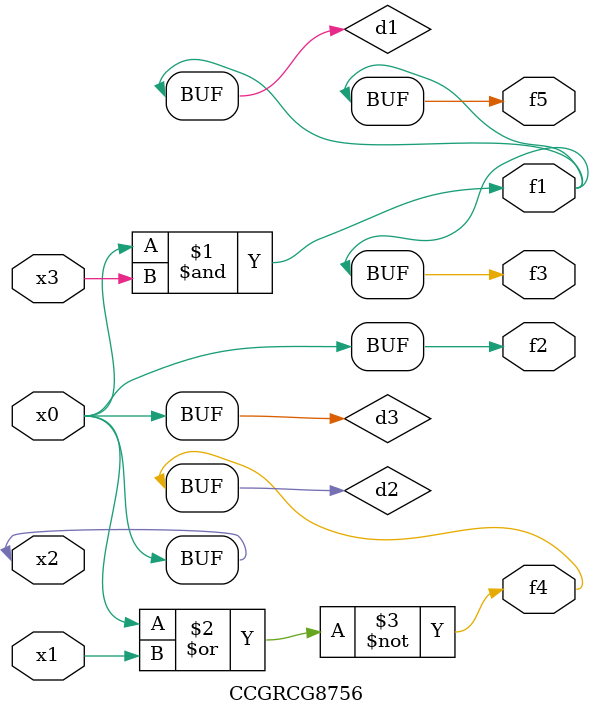
<source format=v>
module CCGRCG8756(
	input x0, x1, x2, x3,
	output f1, f2, f3, f4, f5
);

	wire d1, d2, d3;

	and (d1, x2, x3);
	nor (d2, x0, x1);
	buf (d3, x0, x2);
	assign f1 = d1;
	assign f2 = d3;
	assign f3 = d1;
	assign f4 = d2;
	assign f5 = d1;
endmodule

</source>
